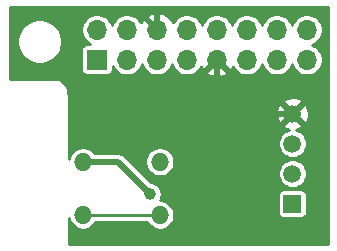
<source format=gbr>
%TF.GenerationSoftware,KiCad,Pcbnew,(5.1.6)-1*%
%TF.CreationDate,2021-03-15T13:43:59-03:00*%
%TF.ProjectId,rasp_hat,72617370-5f68-4617-942e-6b696361645f,Version 1*%
%TF.SameCoordinates,Original*%
%TF.FileFunction,Copper,L2,Bot*%
%TF.FilePolarity,Positive*%
%FSLAX46Y46*%
G04 Gerber Fmt 4.6, Leading zero omitted, Abs format (unit mm)*
G04 Created by KiCad (PCBNEW (5.1.6)-1) date 2021-03-15 13:43:59*
%MOMM*%
%LPD*%
G01*
G04 APERTURE LIST*
%TA.AperFunction,ComponentPad*%
%ADD10O,1.700000X1.700000*%
%TD*%
%TA.AperFunction,ComponentPad*%
%ADD11R,1.700000X1.700000*%
%TD*%
%TA.AperFunction,ComponentPad*%
%ADD12O,1.524000X1.524000*%
%TD*%
%TA.AperFunction,ComponentPad*%
%ADD13R,1.500000X1.500000*%
%TD*%
%TA.AperFunction,ComponentPad*%
%ADD14C,1.500000*%
%TD*%
%TA.AperFunction,ViaPad*%
%ADD15C,1.000000*%
%TD*%
%TA.AperFunction,Conductor*%
%ADD16C,0.500000*%
%TD*%
%TA.AperFunction,Conductor*%
%ADD17C,0.250000*%
%TD*%
%TA.AperFunction,Conductor*%
%ADD18C,0.254000*%
%TD*%
G04 APERTURE END LIST*
D10*
%TO.P,J1,16*%
%TO.N,Net-(J1-Pad16)*%
X103632000Y-82550000D03*
%TO.P,J1,15*%
%TO.N,Net-(J1-Pad15)*%
X103632000Y-85090000D03*
%TO.P,J1,14*%
%TO.N,Net-(J1-Pad14)*%
X101092000Y-82550000D03*
%TO.P,J1,13*%
%TO.N,Net-(J1-Pad13)*%
X101092000Y-85090000D03*
%TO.P,J1,12*%
%TO.N,Net-(J1-Pad12)*%
X98552000Y-82550000D03*
%TO.P,J1,11*%
%TO.N,Net-(J1-Pad11)*%
X98552000Y-85090000D03*
%TO.P,J1,10*%
%TO.N,Net-(J1-Pad10)*%
X96012000Y-82550000D03*
%TO.P,J1,9*%
%TO.N,GND*%
X96012000Y-85090000D03*
%TO.P,J1,8*%
%TO.N,gpio14*%
X93472000Y-82550000D03*
%TO.P,J1,7*%
%TO.N,Net-(J1-Pad7)*%
X93472000Y-85090000D03*
%TO.P,J1,6*%
%TO.N,GND*%
X90932000Y-82550000D03*
%TO.P,J1,5*%
%TO.N,Net-(J1-Pad5)*%
X90932000Y-85090000D03*
%TO.P,J1,4*%
%TO.N,Net-(J1-Pad4)*%
X88392000Y-82550000D03*
%TO.P,J1,3*%
%TO.N,Net-(J1-Pad3)*%
X88392000Y-85090000D03*
%TO.P,J1,2*%
%TO.N,Net-(J1-Pad2)*%
X85852000Y-82550000D03*
D11*
%TO.P,J1,1*%
%TO.N,+3V3*%
X85852000Y-85090000D03*
%TD*%
D12*
%TO.P,SW1,1*%
%TO.N,+3V3*%
X84683600Y-93726000D03*
X91186000Y-93726000D03*
%TO.P,SW1,2*%
%TO.N,gpio14*%
X84683600Y-98247200D03*
X91186000Y-98247200D03*
%TD*%
D13*
%TO.P,U1,1*%
%TO.N,+3V3*%
X102412800Y-97282000D03*
D14*
%TO.P,U1,2*%
%TO.N,Net-(J1-Pad11)*%
X102412800Y-94742000D03*
%TO.P,U1,3*%
%TO.N,Net-(U1-Pad3)*%
X102412800Y-92202000D03*
%TO.P,U1,4*%
%TO.N,GND*%
X102412800Y-89662000D03*
%TD*%
D15*
%TO.N,GND*%
X86052010Y-92151200D03*
X92964000Y-97485200D03*
X98348800Y-94437200D03*
%TO.N,+3V3*%
X90383000Y-96469200D03*
%TD*%
D16*
%TO.N,GND*%
X100584000Y-89662000D02*
X96012000Y-85090000D01*
X102412800Y-89662000D02*
X100584000Y-89662000D01*
X85155999Y-81099999D02*
X83820000Y-82435998D01*
X90932000Y-82550000D02*
X89481999Y-81099999D01*
X89481999Y-81099999D02*
X85155999Y-81099999D01*
X83820000Y-85838002D02*
X86475598Y-88493600D01*
X83820000Y-82435998D02*
X83820000Y-85838002D01*
X92608400Y-88493600D02*
X96012000Y-85090000D01*
X86475598Y-88493600D02*
X92608400Y-88493600D01*
X86052010Y-88917188D02*
X86475598Y-88493600D01*
X86052010Y-92151200D02*
X86052010Y-88917188D01*
X89823999Y-91842001D02*
X86475598Y-88493600D01*
X89823999Y-94345199D02*
X89823999Y-91842001D01*
X92964000Y-97485200D02*
X89823999Y-94345199D01*
X100888800Y-89966800D02*
X100584000Y-89662000D01*
X98348800Y-94437200D02*
X100888800Y-91897200D01*
X100888800Y-90728800D02*
X100888800Y-89966800D01*
X100888800Y-91897200D02*
X100888800Y-90728800D01*
%TO.N,+3V3*%
X84683600Y-93726000D02*
X87639800Y-93726000D01*
X87639800Y-93726000D02*
X90383000Y-96469200D01*
D17*
%TO.N,gpio14*%
X91186000Y-98247200D02*
X84683600Y-98247200D01*
%TD*%
D18*
%TO.N,GND*%
G36*
X105435400Y-100660200D02*
G01*
X83464000Y-100660200D01*
X83464000Y-98466761D01*
X83492214Y-98608603D01*
X83585612Y-98834087D01*
X83721206Y-99037016D01*
X83893784Y-99209594D01*
X84096713Y-99345188D01*
X84322197Y-99438586D01*
X84561569Y-99486200D01*
X84805631Y-99486200D01*
X85045003Y-99438586D01*
X85270487Y-99345188D01*
X85473416Y-99209594D01*
X85645994Y-99037016D01*
X85771490Y-98849200D01*
X90098110Y-98849200D01*
X90223606Y-99037016D01*
X90396184Y-99209594D01*
X90599113Y-99345188D01*
X90824597Y-99438586D01*
X91063969Y-99486200D01*
X91308031Y-99486200D01*
X91547403Y-99438586D01*
X91772887Y-99345188D01*
X91975816Y-99209594D01*
X92148394Y-99037016D01*
X92283988Y-98834087D01*
X92377386Y-98608603D01*
X92425000Y-98369231D01*
X92425000Y-98125169D01*
X92377386Y-97885797D01*
X92283988Y-97660313D01*
X92148394Y-97457384D01*
X91975816Y-97284806D01*
X91772887Y-97149212D01*
X91547403Y-97055814D01*
X91308031Y-97008200D01*
X91197879Y-97008200D01*
X91248806Y-96931983D01*
X91322454Y-96754180D01*
X91360000Y-96565426D01*
X91360000Y-96532000D01*
X101183493Y-96532000D01*
X101183493Y-98032000D01*
X101192703Y-98125508D01*
X101219978Y-98215423D01*
X101264271Y-98298289D01*
X101323879Y-98370921D01*
X101396511Y-98430529D01*
X101479377Y-98474822D01*
X101569292Y-98502097D01*
X101662800Y-98511307D01*
X103162800Y-98511307D01*
X103256308Y-98502097D01*
X103346223Y-98474822D01*
X103429089Y-98430529D01*
X103501721Y-98370921D01*
X103561329Y-98298289D01*
X103605622Y-98215423D01*
X103632897Y-98125508D01*
X103642107Y-98032000D01*
X103642107Y-96532000D01*
X103632897Y-96438492D01*
X103605622Y-96348577D01*
X103561329Y-96265711D01*
X103501721Y-96193079D01*
X103429089Y-96133471D01*
X103346223Y-96089178D01*
X103256308Y-96061903D01*
X103162800Y-96052693D01*
X101662800Y-96052693D01*
X101569292Y-96061903D01*
X101479377Y-96089178D01*
X101396511Y-96133471D01*
X101323879Y-96193079D01*
X101264271Y-96265711D01*
X101219978Y-96348577D01*
X101192703Y-96438492D01*
X101183493Y-96532000D01*
X91360000Y-96532000D01*
X91360000Y-96372974D01*
X91322454Y-96184220D01*
X91248806Y-96006417D01*
X91141885Y-95846399D01*
X91005801Y-95710315D01*
X90845783Y-95603394D01*
X90667980Y-95529746D01*
X90479226Y-95492200D01*
X90434134Y-95492200D01*
X88545902Y-93603969D01*
X89947000Y-93603969D01*
X89947000Y-93848031D01*
X89994614Y-94087403D01*
X90088012Y-94312887D01*
X90223606Y-94515816D01*
X90396184Y-94688394D01*
X90599113Y-94823988D01*
X90824597Y-94917386D01*
X91063969Y-94965000D01*
X91308031Y-94965000D01*
X91547403Y-94917386D01*
X91772887Y-94823988D01*
X91975816Y-94688394D01*
X92043059Y-94621151D01*
X101185800Y-94621151D01*
X101185800Y-94862849D01*
X101232953Y-95099903D01*
X101325447Y-95323202D01*
X101459727Y-95524167D01*
X101630633Y-95695073D01*
X101831598Y-95829353D01*
X102054897Y-95921847D01*
X102291951Y-95969000D01*
X102533649Y-95969000D01*
X102770703Y-95921847D01*
X102994002Y-95829353D01*
X103194967Y-95695073D01*
X103365873Y-95524167D01*
X103500153Y-95323202D01*
X103592647Y-95099903D01*
X103639800Y-94862849D01*
X103639800Y-94621151D01*
X103592647Y-94384097D01*
X103500153Y-94160798D01*
X103365873Y-93959833D01*
X103194967Y-93788927D01*
X102994002Y-93654647D01*
X102770703Y-93562153D01*
X102533649Y-93515000D01*
X102291951Y-93515000D01*
X102054897Y-93562153D01*
X101831598Y-93654647D01*
X101630633Y-93788927D01*
X101459727Y-93959833D01*
X101325447Y-94160798D01*
X101232953Y-94384097D01*
X101185800Y-94621151D01*
X92043059Y-94621151D01*
X92148394Y-94515816D01*
X92283988Y-94312887D01*
X92377386Y-94087403D01*
X92425000Y-93848031D01*
X92425000Y-93603969D01*
X92377386Y-93364597D01*
X92283988Y-93139113D01*
X92148394Y-92936184D01*
X91975816Y-92763606D01*
X91772887Y-92628012D01*
X91547403Y-92534614D01*
X91308031Y-92487000D01*
X91063969Y-92487000D01*
X90824597Y-92534614D01*
X90599113Y-92628012D01*
X90396184Y-92763606D01*
X90223606Y-92936184D01*
X90088012Y-93139113D01*
X89994614Y-93364597D01*
X89947000Y-93603969D01*
X88545902Y-93603969D01*
X88179126Y-93237194D01*
X88156354Y-93209446D01*
X88045653Y-93118597D01*
X87919357Y-93051090D01*
X87782317Y-93009520D01*
X87675508Y-92999000D01*
X87639800Y-92995483D01*
X87604092Y-92999000D01*
X85687967Y-92999000D01*
X85645994Y-92936184D01*
X85473416Y-92763606D01*
X85270487Y-92628012D01*
X85045003Y-92534614D01*
X84805631Y-92487000D01*
X84561569Y-92487000D01*
X84322197Y-92534614D01*
X84096713Y-92628012D01*
X83893784Y-92763606D01*
X83721206Y-92936184D01*
X83585612Y-93139113D01*
X83492214Y-93364597D01*
X83464000Y-93506439D01*
X83464000Y-92081151D01*
X101185800Y-92081151D01*
X101185800Y-92322849D01*
X101232953Y-92559903D01*
X101325447Y-92783202D01*
X101459727Y-92984167D01*
X101630633Y-93155073D01*
X101831598Y-93289353D01*
X102054897Y-93381847D01*
X102291951Y-93429000D01*
X102533649Y-93429000D01*
X102770703Y-93381847D01*
X102994002Y-93289353D01*
X103194967Y-93155073D01*
X103365873Y-92984167D01*
X103500153Y-92783202D01*
X103592647Y-92559903D01*
X103639800Y-92322849D01*
X103639800Y-92081151D01*
X103592647Y-91844097D01*
X103500153Y-91620798D01*
X103365873Y-91419833D01*
X103194967Y-91248927D01*
X102994002Y-91114647D01*
X102770703Y-91022153D01*
X102731997Y-91014454D01*
X102755038Y-91010965D01*
X103011632Y-90918277D01*
X103124663Y-90857860D01*
X103190188Y-90618993D01*
X102412800Y-89841605D01*
X101635412Y-90618993D01*
X101700937Y-90857860D01*
X101947916Y-90973760D01*
X102104067Y-91012373D01*
X102054897Y-91022153D01*
X101831598Y-91114647D01*
X101630633Y-91248927D01*
X101459727Y-91419833D01*
X101325447Y-91620798D01*
X101232953Y-91844097D01*
X101185800Y-92081151D01*
X83464000Y-92081151D01*
X83464000Y-89734492D01*
X101022988Y-89734492D01*
X101063835Y-90004238D01*
X101156523Y-90260832D01*
X101216940Y-90373863D01*
X101455807Y-90439388D01*
X102233195Y-89662000D01*
X102592405Y-89662000D01*
X103369793Y-90439388D01*
X103608660Y-90373863D01*
X103724560Y-90126884D01*
X103790050Y-89862040D01*
X103802612Y-89589508D01*
X103761765Y-89319762D01*
X103669077Y-89063168D01*
X103608660Y-88950137D01*
X103369793Y-88884612D01*
X102592405Y-89662000D01*
X102233195Y-89662000D01*
X101455807Y-88884612D01*
X101216940Y-88950137D01*
X101101040Y-89197116D01*
X101035550Y-89461960D01*
X101022988Y-89734492D01*
X83464000Y-89734492D01*
X83464000Y-88705007D01*
X101635412Y-88705007D01*
X102412800Y-89482395D01*
X103190188Y-88705007D01*
X103124663Y-88466140D01*
X102877684Y-88350240D01*
X102612840Y-88284750D01*
X102340308Y-88272188D01*
X102070562Y-88313035D01*
X101813968Y-88405723D01*
X101700937Y-88466140D01*
X101635412Y-88705007D01*
X83464000Y-88705007D01*
X83464000Y-88118059D01*
X83462260Y-88100394D01*
X83462304Y-88094110D01*
X83461751Y-88088468D01*
X83441024Y-87891266D01*
X83439000Y-87881405D01*
X83439000Y-87579200D01*
X83436560Y-87554424D01*
X83429333Y-87530599D01*
X83417597Y-87508643D01*
X83404844Y-87492546D01*
X82693644Y-86730546D01*
X82674955Y-86714098D01*
X82653415Y-86701612D01*
X82629854Y-86693568D01*
X82600800Y-86690200D01*
X78460600Y-86690200D01*
X78460600Y-83379075D01*
X79128121Y-83379075D01*
X79128121Y-83752925D01*
X79201055Y-84119591D01*
X79344121Y-84464983D01*
X79551821Y-84775827D01*
X79816173Y-85040179D01*
X80127017Y-85247879D01*
X80472409Y-85390945D01*
X80839075Y-85463879D01*
X81212925Y-85463879D01*
X81579591Y-85390945D01*
X81924983Y-85247879D01*
X82235827Y-85040179D01*
X82500179Y-84775827D01*
X82707879Y-84464983D01*
X82801069Y-84240000D01*
X84522693Y-84240000D01*
X84522693Y-85940000D01*
X84531903Y-86033508D01*
X84559178Y-86123423D01*
X84603471Y-86206289D01*
X84663079Y-86278921D01*
X84735711Y-86338529D01*
X84818577Y-86382822D01*
X84908492Y-86410097D01*
X85002000Y-86419307D01*
X86702000Y-86419307D01*
X86795508Y-86410097D01*
X86885423Y-86382822D01*
X86968289Y-86338529D01*
X87040921Y-86278921D01*
X87100529Y-86206289D01*
X87144822Y-86123423D01*
X87172097Y-86033508D01*
X87181307Y-85940000D01*
X87181307Y-85634746D01*
X87216028Y-85718570D01*
X87361252Y-85935913D01*
X87546087Y-86120748D01*
X87763430Y-86265972D01*
X88004928Y-86366004D01*
X88261302Y-86417000D01*
X88522698Y-86417000D01*
X88779072Y-86366004D01*
X89020570Y-86265972D01*
X89237913Y-86120748D01*
X89422748Y-85935913D01*
X89567972Y-85718570D01*
X89662000Y-85491567D01*
X89756028Y-85718570D01*
X89901252Y-85935913D01*
X90086087Y-86120748D01*
X90303430Y-86265972D01*
X90544928Y-86366004D01*
X90801302Y-86417000D01*
X91062698Y-86417000D01*
X91319072Y-86366004D01*
X91560570Y-86265972D01*
X91777913Y-86120748D01*
X91962748Y-85935913D01*
X92107972Y-85718570D01*
X92202000Y-85491567D01*
X92296028Y-85718570D01*
X92441252Y-85935913D01*
X92626087Y-86120748D01*
X92843430Y-86265972D01*
X93084928Y-86366004D01*
X93341302Y-86417000D01*
X93602698Y-86417000D01*
X93859072Y-86366004D01*
X94100570Y-86265972D01*
X94317913Y-86120748D01*
X94502748Y-85935913D01*
X94647972Y-85718570D01*
X94658164Y-85693965D01*
X94667843Y-85721252D01*
X94816822Y-85971355D01*
X95011731Y-86187588D01*
X95245080Y-86361641D01*
X95507901Y-86486825D01*
X95655110Y-86531476D01*
X95885000Y-86410155D01*
X95885000Y-85217000D01*
X95865000Y-85217000D01*
X95865000Y-84963000D01*
X95885000Y-84963000D01*
X95885000Y-84943000D01*
X96139000Y-84943000D01*
X96139000Y-84963000D01*
X96159000Y-84963000D01*
X96159000Y-85217000D01*
X96139000Y-85217000D01*
X96139000Y-86410155D01*
X96368890Y-86531476D01*
X96516099Y-86486825D01*
X96778920Y-86361641D01*
X97012269Y-86187588D01*
X97207178Y-85971355D01*
X97356157Y-85721252D01*
X97365836Y-85693965D01*
X97376028Y-85718570D01*
X97521252Y-85935913D01*
X97706087Y-86120748D01*
X97923430Y-86265972D01*
X98164928Y-86366004D01*
X98421302Y-86417000D01*
X98682698Y-86417000D01*
X98939072Y-86366004D01*
X99180570Y-86265972D01*
X99397913Y-86120748D01*
X99582748Y-85935913D01*
X99727972Y-85718570D01*
X99822000Y-85491567D01*
X99916028Y-85718570D01*
X100061252Y-85935913D01*
X100246087Y-86120748D01*
X100463430Y-86265972D01*
X100704928Y-86366004D01*
X100961302Y-86417000D01*
X101222698Y-86417000D01*
X101479072Y-86366004D01*
X101720570Y-86265972D01*
X101937913Y-86120748D01*
X102122748Y-85935913D01*
X102267972Y-85718570D01*
X102362000Y-85491567D01*
X102456028Y-85718570D01*
X102601252Y-85935913D01*
X102786087Y-86120748D01*
X103003430Y-86265972D01*
X103244928Y-86366004D01*
X103501302Y-86417000D01*
X103762698Y-86417000D01*
X104019072Y-86366004D01*
X104260570Y-86265972D01*
X104477913Y-86120748D01*
X104662748Y-85935913D01*
X104807972Y-85718570D01*
X104908004Y-85477072D01*
X104959000Y-85220698D01*
X104959000Y-84959302D01*
X104908004Y-84702928D01*
X104807972Y-84461430D01*
X104662748Y-84244087D01*
X104477913Y-84059252D01*
X104260570Y-83914028D01*
X104033567Y-83820000D01*
X104260570Y-83725972D01*
X104477913Y-83580748D01*
X104662748Y-83395913D01*
X104807972Y-83178570D01*
X104908004Y-82937072D01*
X104959000Y-82680698D01*
X104959000Y-82419302D01*
X104908004Y-82162928D01*
X104807972Y-81921430D01*
X104662748Y-81704087D01*
X104477913Y-81519252D01*
X104260570Y-81374028D01*
X104019072Y-81273996D01*
X103762698Y-81223000D01*
X103501302Y-81223000D01*
X103244928Y-81273996D01*
X103003430Y-81374028D01*
X102786087Y-81519252D01*
X102601252Y-81704087D01*
X102456028Y-81921430D01*
X102362000Y-82148433D01*
X102267972Y-81921430D01*
X102122748Y-81704087D01*
X101937913Y-81519252D01*
X101720570Y-81374028D01*
X101479072Y-81273996D01*
X101222698Y-81223000D01*
X100961302Y-81223000D01*
X100704928Y-81273996D01*
X100463430Y-81374028D01*
X100246087Y-81519252D01*
X100061252Y-81704087D01*
X99916028Y-81921430D01*
X99822000Y-82148433D01*
X99727972Y-81921430D01*
X99582748Y-81704087D01*
X99397913Y-81519252D01*
X99180570Y-81374028D01*
X98939072Y-81273996D01*
X98682698Y-81223000D01*
X98421302Y-81223000D01*
X98164928Y-81273996D01*
X97923430Y-81374028D01*
X97706087Y-81519252D01*
X97521252Y-81704087D01*
X97376028Y-81921430D01*
X97282000Y-82148433D01*
X97187972Y-81921430D01*
X97042748Y-81704087D01*
X96857913Y-81519252D01*
X96640570Y-81374028D01*
X96399072Y-81273996D01*
X96142698Y-81223000D01*
X95881302Y-81223000D01*
X95624928Y-81273996D01*
X95383430Y-81374028D01*
X95166087Y-81519252D01*
X94981252Y-81704087D01*
X94836028Y-81921430D01*
X94742000Y-82148433D01*
X94647972Y-81921430D01*
X94502748Y-81704087D01*
X94317913Y-81519252D01*
X94100570Y-81374028D01*
X93859072Y-81273996D01*
X93602698Y-81223000D01*
X93341302Y-81223000D01*
X93084928Y-81273996D01*
X92843430Y-81374028D01*
X92626087Y-81519252D01*
X92441252Y-81704087D01*
X92296028Y-81921430D01*
X92285836Y-81946035D01*
X92276157Y-81918748D01*
X92127178Y-81668645D01*
X91932269Y-81452412D01*
X91698920Y-81278359D01*
X91436099Y-81153175D01*
X91288890Y-81108524D01*
X91059000Y-81229845D01*
X91059000Y-82423000D01*
X91079000Y-82423000D01*
X91079000Y-82677000D01*
X91059000Y-82677000D01*
X91059000Y-82697000D01*
X90805000Y-82697000D01*
X90805000Y-82677000D01*
X90785000Y-82677000D01*
X90785000Y-82423000D01*
X90805000Y-82423000D01*
X90805000Y-81229845D01*
X90575110Y-81108524D01*
X90427901Y-81153175D01*
X90165080Y-81278359D01*
X89931731Y-81452412D01*
X89736822Y-81668645D01*
X89587843Y-81918748D01*
X89578164Y-81946035D01*
X89567972Y-81921430D01*
X89422748Y-81704087D01*
X89237913Y-81519252D01*
X89020570Y-81374028D01*
X88779072Y-81273996D01*
X88522698Y-81223000D01*
X88261302Y-81223000D01*
X88004928Y-81273996D01*
X87763430Y-81374028D01*
X87546087Y-81519252D01*
X87361252Y-81704087D01*
X87216028Y-81921430D01*
X87122000Y-82148433D01*
X87027972Y-81921430D01*
X86882748Y-81704087D01*
X86697913Y-81519252D01*
X86480570Y-81374028D01*
X86239072Y-81273996D01*
X85982698Y-81223000D01*
X85721302Y-81223000D01*
X85464928Y-81273996D01*
X85223430Y-81374028D01*
X85006087Y-81519252D01*
X84821252Y-81704087D01*
X84676028Y-81921430D01*
X84575996Y-82162928D01*
X84525000Y-82419302D01*
X84525000Y-82680698D01*
X84575996Y-82937072D01*
X84676028Y-83178570D01*
X84821252Y-83395913D01*
X85006087Y-83580748D01*
X85223430Y-83725972D01*
X85307254Y-83760693D01*
X85002000Y-83760693D01*
X84908492Y-83769903D01*
X84818577Y-83797178D01*
X84735711Y-83841471D01*
X84663079Y-83901079D01*
X84603471Y-83973711D01*
X84559178Y-84056577D01*
X84531903Y-84146492D01*
X84522693Y-84240000D01*
X82801069Y-84240000D01*
X82850945Y-84119591D01*
X82923879Y-83752925D01*
X82923879Y-83379075D01*
X82850945Y-83012409D01*
X82707879Y-82667017D01*
X82500179Y-82356173D01*
X82235827Y-82091821D01*
X81924983Y-81884121D01*
X81579591Y-81741055D01*
X81212925Y-81668121D01*
X80839075Y-81668121D01*
X80472409Y-81741055D01*
X80127017Y-81884121D01*
X79816173Y-82091821D01*
X79551821Y-82356173D01*
X79344121Y-82667017D01*
X79201055Y-83012409D01*
X79128121Y-83379075D01*
X78460600Y-83379075D01*
X78460600Y-80675626D01*
X78465883Y-80673991D01*
X78503849Y-80670000D01*
X105435400Y-80670000D01*
X105435400Y-100660200D01*
G37*
X105435400Y-100660200D02*
X83464000Y-100660200D01*
X83464000Y-98466761D01*
X83492214Y-98608603D01*
X83585612Y-98834087D01*
X83721206Y-99037016D01*
X83893784Y-99209594D01*
X84096713Y-99345188D01*
X84322197Y-99438586D01*
X84561569Y-99486200D01*
X84805631Y-99486200D01*
X85045003Y-99438586D01*
X85270487Y-99345188D01*
X85473416Y-99209594D01*
X85645994Y-99037016D01*
X85771490Y-98849200D01*
X90098110Y-98849200D01*
X90223606Y-99037016D01*
X90396184Y-99209594D01*
X90599113Y-99345188D01*
X90824597Y-99438586D01*
X91063969Y-99486200D01*
X91308031Y-99486200D01*
X91547403Y-99438586D01*
X91772887Y-99345188D01*
X91975816Y-99209594D01*
X92148394Y-99037016D01*
X92283988Y-98834087D01*
X92377386Y-98608603D01*
X92425000Y-98369231D01*
X92425000Y-98125169D01*
X92377386Y-97885797D01*
X92283988Y-97660313D01*
X92148394Y-97457384D01*
X91975816Y-97284806D01*
X91772887Y-97149212D01*
X91547403Y-97055814D01*
X91308031Y-97008200D01*
X91197879Y-97008200D01*
X91248806Y-96931983D01*
X91322454Y-96754180D01*
X91360000Y-96565426D01*
X91360000Y-96532000D01*
X101183493Y-96532000D01*
X101183493Y-98032000D01*
X101192703Y-98125508D01*
X101219978Y-98215423D01*
X101264271Y-98298289D01*
X101323879Y-98370921D01*
X101396511Y-98430529D01*
X101479377Y-98474822D01*
X101569292Y-98502097D01*
X101662800Y-98511307D01*
X103162800Y-98511307D01*
X103256308Y-98502097D01*
X103346223Y-98474822D01*
X103429089Y-98430529D01*
X103501721Y-98370921D01*
X103561329Y-98298289D01*
X103605622Y-98215423D01*
X103632897Y-98125508D01*
X103642107Y-98032000D01*
X103642107Y-96532000D01*
X103632897Y-96438492D01*
X103605622Y-96348577D01*
X103561329Y-96265711D01*
X103501721Y-96193079D01*
X103429089Y-96133471D01*
X103346223Y-96089178D01*
X103256308Y-96061903D01*
X103162800Y-96052693D01*
X101662800Y-96052693D01*
X101569292Y-96061903D01*
X101479377Y-96089178D01*
X101396511Y-96133471D01*
X101323879Y-96193079D01*
X101264271Y-96265711D01*
X101219978Y-96348577D01*
X101192703Y-96438492D01*
X101183493Y-96532000D01*
X91360000Y-96532000D01*
X91360000Y-96372974D01*
X91322454Y-96184220D01*
X91248806Y-96006417D01*
X91141885Y-95846399D01*
X91005801Y-95710315D01*
X90845783Y-95603394D01*
X90667980Y-95529746D01*
X90479226Y-95492200D01*
X90434134Y-95492200D01*
X88545902Y-93603969D01*
X89947000Y-93603969D01*
X89947000Y-93848031D01*
X89994614Y-94087403D01*
X90088012Y-94312887D01*
X90223606Y-94515816D01*
X90396184Y-94688394D01*
X90599113Y-94823988D01*
X90824597Y-94917386D01*
X91063969Y-94965000D01*
X91308031Y-94965000D01*
X91547403Y-94917386D01*
X91772887Y-94823988D01*
X91975816Y-94688394D01*
X92043059Y-94621151D01*
X101185800Y-94621151D01*
X101185800Y-94862849D01*
X101232953Y-95099903D01*
X101325447Y-95323202D01*
X101459727Y-95524167D01*
X101630633Y-95695073D01*
X101831598Y-95829353D01*
X102054897Y-95921847D01*
X102291951Y-95969000D01*
X102533649Y-95969000D01*
X102770703Y-95921847D01*
X102994002Y-95829353D01*
X103194967Y-95695073D01*
X103365873Y-95524167D01*
X103500153Y-95323202D01*
X103592647Y-95099903D01*
X103639800Y-94862849D01*
X103639800Y-94621151D01*
X103592647Y-94384097D01*
X103500153Y-94160798D01*
X103365873Y-93959833D01*
X103194967Y-93788927D01*
X102994002Y-93654647D01*
X102770703Y-93562153D01*
X102533649Y-93515000D01*
X102291951Y-93515000D01*
X102054897Y-93562153D01*
X101831598Y-93654647D01*
X101630633Y-93788927D01*
X101459727Y-93959833D01*
X101325447Y-94160798D01*
X101232953Y-94384097D01*
X101185800Y-94621151D01*
X92043059Y-94621151D01*
X92148394Y-94515816D01*
X92283988Y-94312887D01*
X92377386Y-94087403D01*
X92425000Y-93848031D01*
X92425000Y-93603969D01*
X92377386Y-93364597D01*
X92283988Y-93139113D01*
X92148394Y-92936184D01*
X91975816Y-92763606D01*
X91772887Y-92628012D01*
X91547403Y-92534614D01*
X91308031Y-92487000D01*
X91063969Y-92487000D01*
X90824597Y-92534614D01*
X90599113Y-92628012D01*
X90396184Y-92763606D01*
X90223606Y-92936184D01*
X90088012Y-93139113D01*
X89994614Y-93364597D01*
X89947000Y-93603969D01*
X88545902Y-93603969D01*
X88179126Y-93237194D01*
X88156354Y-93209446D01*
X88045653Y-93118597D01*
X87919357Y-93051090D01*
X87782317Y-93009520D01*
X87675508Y-92999000D01*
X87639800Y-92995483D01*
X87604092Y-92999000D01*
X85687967Y-92999000D01*
X85645994Y-92936184D01*
X85473416Y-92763606D01*
X85270487Y-92628012D01*
X85045003Y-92534614D01*
X84805631Y-92487000D01*
X84561569Y-92487000D01*
X84322197Y-92534614D01*
X84096713Y-92628012D01*
X83893784Y-92763606D01*
X83721206Y-92936184D01*
X83585612Y-93139113D01*
X83492214Y-93364597D01*
X83464000Y-93506439D01*
X83464000Y-92081151D01*
X101185800Y-92081151D01*
X101185800Y-92322849D01*
X101232953Y-92559903D01*
X101325447Y-92783202D01*
X101459727Y-92984167D01*
X101630633Y-93155073D01*
X101831598Y-93289353D01*
X102054897Y-93381847D01*
X102291951Y-93429000D01*
X102533649Y-93429000D01*
X102770703Y-93381847D01*
X102994002Y-93289353D01*
X103194967Y-93155073D01*
X103365873Y-92984167D01*
X103500153Y-92783202D01*
X103592647Y-92559903D01*
X103639800Y-92322849D01*
X103639800Y-92081151D01*
X103592647Y-91844097D01*
X103500153Y-91620798D01*
X103365873Y-91419833D01*
X103194967Y-91248927D01*
X102994002Y-91114647D01*
X102770703Y-91022153D01*
X102731997Y-91014454D01*
X102755038Y-91010965D01*
X103011632Y-90918277D01*
X103124663Y-90857860D01*
X103190188Y-90618993D01*
X102412800Y-89841605D01*
X101635412Y-90618993D01*
X101700937Y-90857860D01*
X101947916Y-90973760D01*
X102104067Y-91012373D01*
X102054897Y-91022153D01*
X101831598Y-91114647D01*
X101630633Y-91248927D01*
X101459727Y-91419833D01*
X101325447Y-91620798D01*
X101232953Y-91844097D01*
X101185800Y-92081151D01*
X83464000Y-92081151D01*
X83464000Y-89734492D01*
X101022988Y-89734492D01*
X101063835Y-90004238D01*
X101156523Y-90260832D01*
X101216940Y-90373863D01*
X101455807Y-90439388D01*
X102233195Y-89662000D01*
X102592405Y-89662000D01*
X103369793Y-90439388D01*
X103608660Y-90373863D01*
X103724560Y-90126884D01*
X103790050Y-89862040D01*
X103802612Y-89589508D01*
X103761765Y-89319762D01*
X103669077Y-89063168D01*
X103608660Y-88950137D01*
X103369793Y-88884612D01*
X102592405Y-89662000D01*
X102233195Y-89662000D01*
X101455807Y-88884612D01*
X101216940Y-88950137D01*
X101101040Y-89197116D01*
X101035550Y-89461960D01*
X101022988Y-89734492D01*
X83464000Y-89734492D01*
X83464000Y-88705007D01*
X101635412Y-88705007D01*
X102412800Y-89482395D01*
X103190188Y-88705007D01*
X103124663Y-88466140D01*
X102877684Y-88350240D01*
X102612840Y-88284750D01*
X102340308Y-88272188D01*
X102070562Y-88313035D01*
X101813968Y-88405723D01*
X101700937Y-88466140D01*
X101635412Y-88705007D01*
X83464000Y-88705007D01*
X83464000Y-88118059D01*
X83462260Y-88100394D01*
X83462304Y-88094110D01*
X83461751Y-88088468D01*
X83441024Y-87891266D01*
X83439000Y-87881405D01*
X83439000Y-87579200D01*
X83436560Y-87554424D01*
X83429333Y-87530599D01*
X83417597Y-87508643D01*
X83404844Y-87492546D01*
X82693644Y-86730546D01*
X82674955Y-86714098D01*
X82653415Y-86701612D01*
X82629854Y-86693568D01*
X82600800Y-86690200D01*
X78460600Y-86690200D01*
X78460600Y-83379075D01*
X79128121Y-83379075D01*
X79128121Y-83752925D01*
X79201055Y-84119591D01*
X79344121Y-84464983D01*
X79551821Y-84775827D01*
X79816173Y-85040179D01*
X80127017Y-85247879D01*
X80472409Y-85390945D01*
X80839075Y-85463879D01*
X81212925Y-85463879D01*
X81579591Y-85390945D01*
X81924983Y-85247879D01*
X82235827Y-85040179D01*
X82500179Y-84775827D01*
X82707879Y-84464983D01*
X82801069Y-84240000D01*
X84522693Y-84240000D01*
X84522693Y-85940000D01*
X84531903Y-86033508D01*
X84559178Y-86123423D01*
X84603471Y-86206289D01*
X84663079Y-86278921D01*
X84735711Y-86338529D01*
X84818577Y-86382822D01*
X84908492Y-86410097D01*
X85002000Y-86419307D01*
X86702000Y-86419307D01*
X86795508Y-86410097D01*
X86885423Y-86382822D01*
X86968289Y-86338529D01*
X87040921Y-86278921D01*
X87100529Y-86206289D01*
X87144822Y-86123423D01*
X87172097Y-86033508D01*
X87181307Y-85940000D01*
X87181307Y-85634746D01*
X87216028Y-85718570D01*
X87361252Y-85935913D01*
X87546087Y-86120748D01*
X87763430Y-86265972D01*
X88004928Y-86366004D01*
X88261302Y-86417000D01*
X88522698Y-86417000D01*
X88779072Y-86366004D01*
X89020570Y-86265972D01*
X89237913Y-86120748D01*
X89422748Y-85935913D01*
X89567972Y-85718570D01*
X89662000Y-85491567D01*
X89756028Y-85718570D01*
X89901252Y-85935913D01*
X90086087Y-86120748D01*
X90303430Y-86265972D01*
X90544928Y-86366004D01*
X90801302Y-86417000D01*
X91062698Y-86417000D01*
X91319072Y-86366004D01*
X91560570Y-86265972D01*
X91777913Y-86120748D01*
X91962748Y-85935913D01*
X92107972Y-85718570D01*
X92202000Y-85491567D01*
X92296028Y-85718570D01*
X92441252Y-85935913D01*
X92626087Y-86120748D01*
X92843430Y-86265972D01*
X93084928Y-86366004D01*
X93341302Y-86417000D01*
X93602698Y-86417000D01*
X93859072Y-86366004D01*
X94100570Y-86265972D01*
X94317913Y-86120748D01*
X94502748Y-85935913D01*
X94647972Y-85718570D01*
X94658164Y-85693965D01*
X94667843Y-85721252D01*
X94816822Y-85971355D01*
X95011731Y-86187588D01*
X95245080Y-86361641D01*
X95507901Y-86486825D01*
X95655110Y-86531476D01*
X95885000Y-86410155D01*
X95885000Y-85217000D01*
X95865000Y-85217000D01*
X95865000Y-84963000D01*
X95885000Y-84963000D01*
X95885000Y-84943000D01*
X96139000Y-84943000D01*
X96139000Y-84963000D01*
X96159000Y-84963000D01*
X96159000Y-85217000D01*
X96139000Y-85217000D01*
X96139000Y-86410155D01*
X96368890Y-86531476D01*
X96516099Y-86486825D01*
X96778920Y-86361641D01*
X97012269Y-86187588D01*
X97207178Y-85971355D01*
X97356157Y-85721252D01*
X97365836Y-85693965D01*
X97376028Y-85718570D01*
X97521252Y-85935913D01*
X97706087Y-86120748D01*
X97923430Y-86265972D01*
X98164928Y-86366004D01*
X98421302Y-86417000D01*
X98682698Y-86417000D01*
X98939072Y-86366004D01*
X99180570Y-86265972D01*
X99397913Y-86120748D01*
X99582748Y-85935913D01*
X99727972Y-85718570D01*
X99822000Y-85491567D01*
X99916028Y-85718570D01*
X100061252Y-85935913D01*
X100246087Y-86120748D01*
X100463430Y-86265972D01*
X100704928Y-86366004D01*
X100961302Y-86417000D01*
X101222698Y-86417000D01*
X101479072Y-86366004D01*
X101720570Y-86265972D01*
X101937913Y-86120748D01*
X102122748Y-85935913D01*
X102267972Y-85718570D01*
X102362000Y-85491567D01*
X102456028Y-85718570D01*
X102601252Y-85935913D01*
X102786087Y-86120748D01*
X103003430Y-86265972D01*
X103244928Y-86366004D01*
X103501302Y-86417000D01*
X103762698Y-86417000D01*
X104019072Y-86366004D01*
X104260570Y-86265972D01*
X104477913Y-86120748D01*
X104662748Y-85935913D01*
X104807972Y-85718570D01*
X104908004Y-85477072D01*
X104959000Y-85220698D01*
X104959000Y-84959302D01*
X104908004Y-84702928D01*
X104807972Y-84461430D01*
X104662748Y-84244087D01*
X104477913Y-84059252D01*
X104260570Y-83914028D01*
X104033567Y-83820000D01*
X104260570Y-83725972D01*
X104477913Y-83580748D01*
X104662748Y-83395913D01*
X104807972Y-83178570D01*
X104908004Y-82937072D01*
X104959000Y-82680698D01*
X104959000Y-82419302D01*
X104908004Y-82162928D01*
X104807972Y-81921430D01*
X104662748Y-81704087D01*
X104477913Y-81519252D01*
X104260570Y-81374028D01*
X104019072Y-81273996D01*
X103762698Y-81223000D01*
X103501302Y-81223000D01*
X103244928Y-81273996D01*
X103003430Y-81374028D01*
X102786087Y-81519252D01*
X102601252Y-81704087D01*
X102456028Y-81921430D01*
X102362000Y-82148433D01*
X102267972Y-81921430D01*
X102122748Y-81704087D01*
X101937913Y-81519252D01*
X101720570Y-81374028D01*
X101479072Y-81273996D01*
X101222698Y-81223000D01*
X100961302Y-81223000D01*
X100704928Y-81273996D01*
X100463430Y-81374028D01*
X100246087Y-81519252D01*
X100061252Y-81704087D01*
X99916028Y-81921430D01*
X99822000Y-82148433D01*
X99727972Y-81921430D01*
X99582748Y-81704087D01*
X99397913Y-81519252D01*
X99180570Y-81374028D01*
X98939072Y-81273996D01*
X98682698Y-81223000D01*
X98421302Y-81223000D01*
X98164928Y-81273996D01*
X97923430Y-81374028D01*
X97706087Y-81519252D01*
X97521252Y-81704087D01*
X97376028Y-81921430D01*
X97282000Y-82148433D01*
X97187972Y-81921430D01*
X97042748Y-81704087D01*
X96857913Y-81519252D01*
X96640570Y-81374028D01*
X96399072Y-81273996D01*
X96142698Y-81223000D01*
X95881302Y-81223000D01*
X95624928Y-81273996D01*
X95383430Y-81374028D01*
X95166087Y-81519252D01*
X94981252Y-81704087D01*
X94836028Y-81921430D01*
X94742000Y-82148433D01*
X94647972Y-81921430D01*
X94502748Y-81704087D01*
X94317913Y-81519252D01*
X94100570Y-81374028D01*
X93859072Y-81273996D01*
X93602698Y-81223000D01*
X93341302Y-81223000D01*
X93084928Y-81273996D01*
X92843430Y-81374028D01*
X92626087Y-81519252D01*
X92441252Y-81704087D01*
X92296028Y-81921430D01*
X92285836Y-81946035D01*
X92276157Y-81918748D01*
X92127178Y-81668645D01*
X91932269Y-81452412D01*
X91698920Y-81278359D01*
X91436099Y-81153175D01*
X91288890Y-81108524D01*
X91059000Y-81229845D01*
X91059000Y-82423000D01*
X91079000Y-82423000D01*
X91079000Y-82677000D01*
X91059000Y-82677000D01*
X91059000Y-82697000D01*
X90805000Y-82697000D01*
X90805000Y-82677000D01*
X90785000Y-82677000D01*
X90785000Y-82423000D01*
X90805000Y-82423000D01*
X90805000Y-81229845D01*
X90575110Y-81108524D01*
X90427901Y-81153175D01*
X90165080Y-81278359D01*
X89931731Y-81452412D01*
X89736822Y-81668645D01*
X89587843Y-81918748D01*
X89578164Y-81946035D01*
X89567972Y-81921430D01*
X89422748Y-81704087D01*
X89237913Y-81519252D01*
X89020570Y-81374028D01*
X88779072Y-81273996D01*
X88522698Y-81223000D01*
X88261302Y-81223000D01*
X88004928Y-81273996D01*
X87763430Y-81374028D01*
X87546087Y-81519252D01*
X87361252Y-81704087D01*
X87216028Y-81921430D01*
X87122000Y-82148433D01*
X87027972Y-81921430D01*
X86882748Y-81704087D01*
X86697913Y-81519252D01*
X86480570Y-81374028D01*
X86239072Y-81273996D01*
X85982698Y-81223000D01*
X85721302Y-81223000D01*
X85464928Y-81273996D01*
X85223430Y-81374028D01*
X85006087Y-81519252D01*
X84821252Y-81704087D01*
X84676028Y-81921430D01*
X84575996Y-82162928D01*
X84525000Y-82419302D01*
X84525000Y-82680698D01*
X84575996Y-82937072D01*
X84676028Y-83178570D01*
X84821252Y-83395913D01*
X85006087Y-83580748D01*
X85223430Y-83725972D01*
X85307254Y-83760693D01*
X85002000Y-83760693D01*
X84908492Y-83769903D01*
X84818577Y-83797178D01*
X84735711Y-83841471D01*
X84663079Y-83901079D01*
X84603471Y-83973711D01*
X84559178Y-84056577D01*
X84531903Y-84146492D01*
X84522693Y-84240000D01*
X82801069Y-84240000D01*
X82850945Y-84119591D01*
X82923879Y-83752925D01*
X82923879Y-83379075D01*
X82850945Y-83012409D01*
X82707879Y-82667017D01*
X82500179Y-82356173D01*
X82235827Y-82091821D01*
X81924983Y-81884121D01*
X81579591Y-81741055D01*
X81212925Y-81668121D01*
X80839075Y-81668121D01*
X80472409Y-81741055D01*
X80127017Y-81884121D01*
X79816173Y-82091821D01*
X79551821Y-82356173D01*
X79344121Y-82667017D01*
X79201055Y-83012409D01*
X79128121Y-83379075D01*
X78460600Y-83379075D01*
X78460600Y-80675626D01*
X78465883Y-80673991D01*
X78503849Y-80670000D01*
X105435400Y-80670000D01*
X105435400Y-100660200D01*
%TD*%
M02*

</source>
